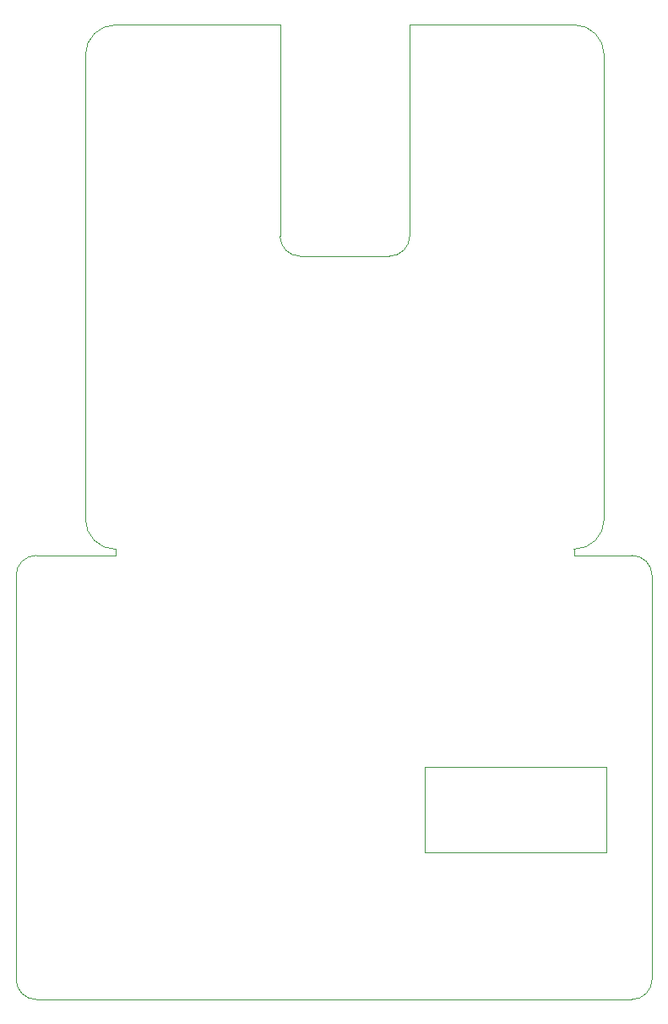
<source format=gm1>
%TF.GenerationSoftware,KiCad,Pcbnew,9.0.2*%
%TF.CreationDate,2025-06-05T16:57:42+02:00*%
%TF.ProjectId,MaSe,4d615365-2e6b-4696-9361-645f70636258,rev?*%
%TF.SameCoordinates,Original*%
%TF.FileFunction,Profile,NP*%
%FSLAX46Y46*%
G04 Gerber Fmt 4.6, Leading zero omitted, Abs format (unit mm)*
G04 Created by KiCad (PCBNEW 9.0.2) date 2025-06-05 16:57:42*
%MOMM*%
%LPD*%
G01*
G04 APERTURE LIST*
%TA.AperFunction,Profile*%
%ADD10C,0.050000*%
%TD*%
G04 APERTURE END LIST*
D10*
X27880000Y-64225000D02*
X27880000Y-17725000D01*
X61930000Y-89050000D02*
X80130000Y-89050000D01*
X80130000Y-97550000D01*
X61930000Y-97550000D01*
X61930000Y-89050000D01*
X60380000Y-14725000D02*
X76880000Y-14725000D01*
X76880000Y-67225000D02*
X76880000Y-67850000D01*
X30880000Y-14725000D02*
X47380000Y-14725000D01*
X27880000Y-17725000D02*
G75*
G02*
X30880000Y-14725000I3000000J0D01*
G01*
X58380000Y-37875000D02*
X49380000Y-37875000D01*
X84680000Y-110300000D02*
G75*
G02*
X82680000Y-112300000I-2000000J0D01*
G01*
X60380000Y-35875000D02*
G75*
G02*
X58380000Y-37875000I-2000000J0D01*
G01*
X84680000Y-69850000D02*
X84680000Y-110300000D01*
X30880000Y-67225000D02*
G75*
G02*
X27880000Y-64225000I0J3000000D01*
G01*
X82680000Y-112300000D02*
X22930000Y-112300000D01*
X22930000Y-67850000D02*
X30880000Y-67850000D01*
X22930000Y-112300000D02*
G75*
G02*
X20930000Y-110300000I0J2000000D01*
G01*
X79880000Y-64225000D02*
G75*
G02*
X76880000Y-67225000I-3000000J0D01*
G01*
X30880000Y-67225000D02*
X30880000Y-67850000D01*
X79880000Y-17725000D02*
X79880000Y-64225000D01*
X60380000Y-14725000D02*
X60380000Y-35875000D01*
X76880000Y-14725000D02*
G75*
G02*
X79880000Y-17725000I0J-3000000D01*
G01*
X49380000Y-37875000D02*
G75*
G02*
X47380000Y-35875000I0J2000000D01*
G01*
X20930000Y-69850000D02*
G75*
G02*
X22930000Y-67850000I2000000J0D01*
G01*
X82680000Y-67850000D02*
G75*
G02*
X84680000Y-69850000I0J-2000000D01*
G01*
X20930000Y-110300000D02*
X20930000Y-69850000D01*
X47380000Y-35875000D02*
X47380000Y-14725000D01*
X76880000Y-67850000D02*
X82680000Y-67850000D01*
M02*

</source>
